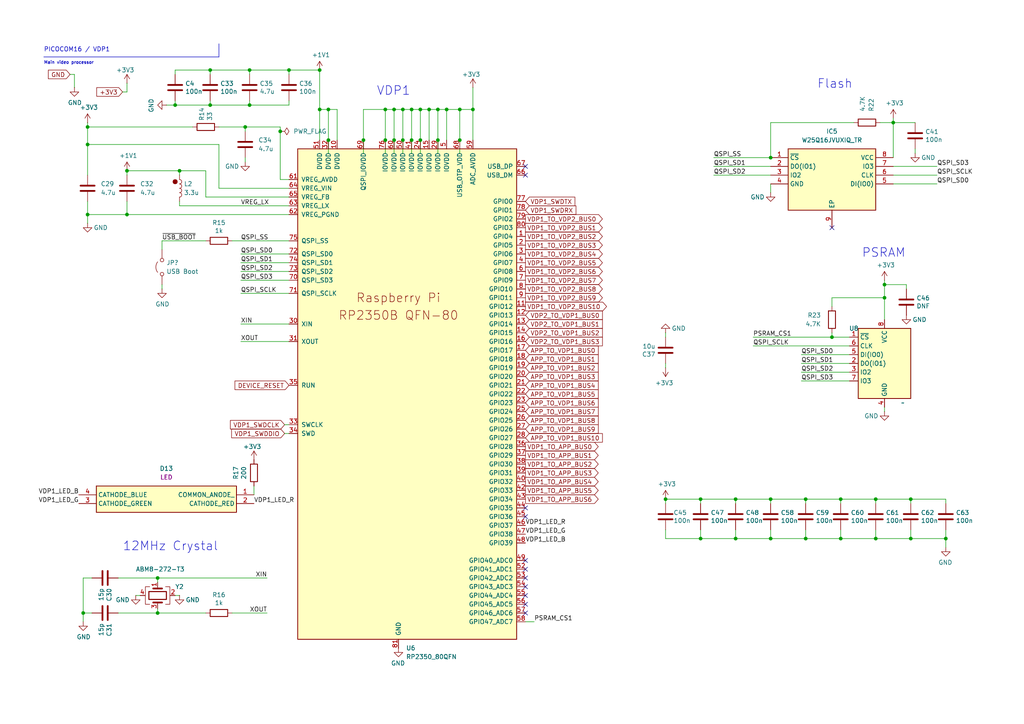
<source format=kicad_sch>
(kicad_sch (version 20231120) (generator "eeschema") (generator_version "8.0")
  (paper "A4")
  (lib_symbols
    (symbol "Device:C" (pin_numbers hide) (pin_names (offset 0.254))
      (property "Reference" "C" (at 0.635 2.54 0))
      (property "Value" "C" (at 0.635 -2.54 0))
      (symbol "C_0_1"
        (polyline (pts (xy -2.032 -0.762) (xy 2.032 -0.762)) (stroke (width 0.508)))
        (polyline (pts (xy -2.032 0.762) (xy 2.032 0.762)) (stroke (width 0.508)))
      )
      (symbol "C_1_1"
        (pin passive line (at 0 3.81 270) (length 2.794) (name "~") (number "1"))
        (pin passive line (at 0 -3.81 90) (length 2.794) (name "~") (number "2"))
      )
    )
    (symbol "Device:Crystal_GND24" (pin_names (offset 1.016) hide)
      (property "Reference" "Y" (at 3.175 5.08 0))
      (property "Value" "Crystal_GND24" (at 3.175 3.175 0))
      (symbol "Crystal_GND24_0_1"
        (rectangle (start -1.143 2.54) (end 1.143 -2.54) (stroke (width 0.3048)))
        (polyline (pts (xy -2.54 0) (xy -2.032 0)))
        (polyline (pts (xy -2.032 -1.27) (xy -2.032 1.27)) (stroke (width 0.508)))
        (polyline (pts (xy 0 -3.81) (xy 0 -3.556)))
        (polyline (pts (xy 0 3.556) (xy 0 3.81)))
        (polyline (pts (xy 2.032 -1.27) (xy 2.032 1.27)) (stroke (width 0.508)))
        (polyline (pts (xy 2.032 0) (xy 2.54 0)))
        (polyline (pts (xy -2.54 -2.286) (xy -2.54 -3.556) (xy 2.54 -3.556) (xy 2.54 -2.286)))
        (polyline (pts (xy -2.54 2.286) (xy -2.54 3.556) (xy 2.54 3.556) (xy 2.54 2.286)))
      )
      (symbol "Crystal_GND24_1_1"
        (pin passive line (at -3.81 0 0) (length 1.27) (name "1") (number "1"))
        (pin passive line (at 0 5.08 270) (length 1.27) (name "2") (number "2"))
        (pin passive line (at 3.81 0 180) (length 1.27) (name "3") (number "3"))
        (pin passive line (at 0 -5.08 90) (length 1.27) (name "4") (number "4"))
      )
    )
    (symbol "Device:L" (pin_numbers hide) (pin_names (offset 1.016) hide)
      (property "Reference" "L" (at -1.27 0 90))
      (property "Value" "L" (at 1.905 0 90))
      (symbol "L_0_1"
        (arc (start 0 -2.54) (mid 0.6323 -1.905) (end 0 -1.27))
        (arc (start 0 -1.27) (mid 0.6323 -0.635) (end 0 0))
        (arc (start 0 0) (mid 0.6323 0.635) (end 0 1.27))
        (arc (start 0 1.27) (mid 0.6323 1.905) (end 0 2.54))
      )
      (symbol "L_1_1"
        (pin passive line (at 0 3.81 270) (length 1.27) (name "1") (number "1"))
        (pin passive line (at 0 -3.81 90) (length 1.27) (name "2") (number "2"))
      )
    )
    (symbol "Device:R" (pin_numbers hide) (pin_names (offset 0))
      (property "Reference" "R" (at 2.032 0 90))
      (property "Value" "R" (at 0 0 90))
      (symbol "R_0_1"
        (rectangle (start -1.016 -2.54) (end 1.016 2.54) (stroke (width 0.254)))
      )
      (symbol "R_1_1"
        (pin passive line (at 0 3.81 270) (length 1.27) (name "~") (number "1"))
        (pin passive line (at 0 -3.81 90) (length 1.27) (name "~") (number "2"))
      )
    )
    (symbol "Jumper:Jumper_2_Open" (pin_numbers hide) (pin_names (offset 0) hide) (exclude_from_sim yes)
      (property "Reference" "JP" (at 0 2.794 0))
      (property "Value" "Jumper_2_Open" (at 0 -2.286 0))
      (symbol "Jumper_2_Open_0_0"
        (circle (center -2.032 0) (radius 0.508))
        (circle (center 2.032 0) (radius 0.508))
      )
      (symbol "Jumper_2_Open_0_1"
        (arc (start 1.524 1.27) (mid 0 1.778) (end -1.524 1.27))
      )
      (symbol "Jumper_2_Open_1_1"
        (pin passive line (at -5.08 0 0) (length 2.54) (name "A") (number "1"))
        (pin passive line (at 5.08 0 180) (length 2.54) (name "B") (number "2"))
      )
    )
    (symbol "LRTBR48G-P9Q7-1+R7S5-26+NP-68:LRTBR48G-P9Q7-1+R7S5-26+NP-68"
      (property "Reference" "LED" (at 46.99 7.62 0))
      (property "Value" "LRTBR48G-P9Q7-1+R7S5-26+NP-68" (at 46.99 5.08 0))
      (symbol "LRTBR48G-P9Q7-1+R7S5-26+NP-68_1_1"
        (rectangle (start 5.08 2.54) (end 45.72 -5.08) (stroke (width 0.254)) (fill (type background)))
        (pin passive line (at 50.8 0 180) (length 5.08) (name "COMMON_ANODE_") (number "1"))
        (pin passive line (at 50.8 -2.54 180) (length 5.08) (name "CATHODE_RED") (number "2"))
        (pin passive line (at 0 -2.54 0) (length 5.08) (name "CATHODE_GREEN") (number "3"))
        (pin passive line (at 0 0 0) (length 5.08) (name "CATHODE_BLUE") (number "4"))
      )
    )
    (symbol "MCU_RaspberryPi_RP2350_2:RP2350_80QFN" (pin_names (offset 1.016))
      (property "Reference" "U" (at -29.21 49.53 0))
      (property "Value" "RP2350_80QFN" (at 25.4 -96.52 0))
      (symbol "RP2350_80QFN_0_0"
        (text "Raspberry Pi" (at 0 5.08 0) (effects (font (size 2.54 2.54))))
      )
      (symbol "RP2350_80QFN_0_1"
        (rectangle (start -29.21 48.26) (end 34.29 -93.98) (stroke (width 0.254)) (fill (type background)))
      )
      (symbol "RP2350_80QFN_1_0"
        (text "RP2350B QFN-80" (at 0 0 0) (effects (font (size 2.54 2.54))))
      )
      (symbol "RP2350_80QFN_1_1"
        (pin bidirectional line (at 36.83 22.86 180) (length 2.54) (name "GPIO4") (number "1"))
        (pin power_in line (at -17.78 50.8 270) (length 2.54) (name "DVDD") (number "10"))
        (pin bidirectional line (at 36.83 2.54 180) (length 2.54) (name "GPIO12") (number "11"))
        (pin bidirectional line (at 36.83 0 180) (length 2.54) (name "GPIO13") (number "12"))
        (pin bidirectional line (at 36.83 -2.54 180) (length 2.54) (name "GPIO14") (number "13"))
        (pin bidirectional line (at 36.83 -5.08 180) (length 2.54) (name "GPIO15") (number "14"))
        (pin power_in line (at 8.89 50.8 270) (length 2.54) (name "IOVDD") (number "15"))
        (pin bidirectional line (at 36.83 -7.62 180) (length 2.54) (name "GPIO16") (number "16"))
        (pin bidirectional line (at 36.83 -10.16 180) (length 2.54) (name "GPIO17") (number "17"))
        (pin bidirectional line (at 36.83 -12.7 180) (length 2.54) (name "GPIO18") (number "18"))
        (pin bidirectional line (at 36.83 -15.24 180) (length 2.54) (name "GPIO19") (number "19"))
        (pin bidirectional line (at 36.83 20.32 180) (length 2.54) (name "GPIO5") (number "2"))
        (pin bidirectional line (at 36.83 -17.78 180) (length 2.54) (name "GPIO20") (number "20"))
        (pin bidirectional line (at 36.83 -20.32 180) (length 2.54) (name "GPIO21") (number "21"))
        (pin bidirectional line (at 36.83 -22.86 180) (length 2.54) (name "GPIO22") (number "22"))
        (pin bidirectional line (at 36.83 -25.4 180) (length 2.54) (name "GPIO23") (number "23"))
        (pin power_in line (at 6.35 50.8 270) (length 2.54) (name "IOVDD") (number "24"))
        (pin bidirectional line (at 36.83 -27.94 180) (length 2.54) (name "GPIO24") (number "25"))
        (pin bidirectional line (at 36.83 -30.48 180) (length 2.54) (name "GPIO25") (number "26"))
        (pin bidirectional line (at 36.83 -33.02 180) (length 2.54) (name "GPIO26") (number "27"))
        (pin bidirectional line (at 36.83 -35.56 180) (length 2.54) (name "GPIO27") (number "28"))
        (pin power_in line (at 11.43 50.8 270) (length 2.54) (name "IOVDD") (number "29"))
        (pin bidirectional line (at 36.83 17.78 180) (length 2.54) (name "GPIO6") (number "3"))
        (pin input line (at -31.75 -2.54 0) (length 2.54) (name "XIN") (number "30"))
        (pin passive line (at -31.75 -7.62 0) (length 2.54) (name "XOUT") (number "31"))
        (pin power_in line (at -20.32 50.8 270) (length 2.54) (name "DVDD") (number "32"))
        (pin output line (at -31.75 -31.75 0) (length 2.54) (name "SWCLK") (number "33"))
        (pin bidirectional line (at -31.75 -34.29 0) (length 2.54) (name "SWD") (number "34"))
        (pin input line (at -31.75 -20.32 0) (length 2.54) (name "RUN") (number "35"))
        (pin bidirectional line (at 36.83 -38.1 180) (length 2.54) (name "GPIO28") (number "36"))
        (pin bidirectional line (at 36.83 -40.64 180) (length 2.54) (name "GPIO29") (number "37"))
        (pin bidirectional line (at 36.83 -43.18 180) (length 2.54) (name "GPIO30") (number "38"))
        (pin bidirectional line (at 36.83 -45.72 180) (length 2.54) (name "GPIO31") (number "39"))
        (pin bidirectional line (at 36.83 15.24 180) (length 2.54) (name "GPIO7") (number "4"))
        (pin bidirectional line (at 36.83 -48.26 180) (length 2.54) (name "GPIO32") (number "40"))
        (pin power_in line (at 3.81 50.8 270) (length 2.54) (name "IOVDD") (number "41"))
        (pin bidirectional line (at 36.83 -50.8 180) (length 2.54) (name "GPIO33") (number "42"))
        (pin bidirectional line (at 36.83 -53.34 180) (length 2.54) (name "GPIO34") (number "43"))
        (pin bidirectional line (at 36.83 -55.88 180) (length 2.54) (name "GPIO35") (number "44"))
        (pin bidirectional line (at 36.83 -58.42 180) (length 2.54) (name "GPIO36") (number "45"))
        (pin bidirectional line (at 36.83 -60.96 180) (length 2.54) (name "GPIO37") (number "46"))
        (pin bidirectional line (at 36.83 -63.5 180) (length 2.54) (name "GPIO38") (number "47"))
        (pin bidirectional line (at 36.83 -66.04 180) (length 2.54) (name "GPIO39") (number "48"))
        (pin bidirectional line (at 36.83 -71.12 180) (length 2.54) (name "GPIO40_ADC0") (number "49"))
        (pin power_in line (at 13.97 50.8 270) (length 2.54) (name "IOVDD") (number "5"))
        (pin power_in line (at 1.27 50.8 270) (length 2.54) (name "IOVDD") (number "50"))
        (pin power_in line (at -22.86 50.8 270) (length 2.54) (name "DVDD") (number "51"))
        (pin bidirectional line (at 36.83 -73.66 180) (length 2.54) (name "GPIO41_ADC1") (number "52"))
        (pin bidirectional line (at 36.83 -76.2 180) (length 2.54) (name "GPIO42_ADC2") (number "53"))
        (pin bidirectional line (at 36.83 -78.74 180) (length 2.54) (name "GPIO43_ADC3") (number "54"))
        (pin bidirectional line (at 36.83 -81.28 180) (length 2.54) (name "GPIO44_ADC4") (number "55"))
        (pin bidirectional line (at 36.83 -83.82 180) (length 2.54) (name "GPIO45_ADC5") (number "56"))
        (pin bidirectional line (at 36.83 -86.36 180) (length 2.54) (name "GPIO46_ADC6") (number "57"))
        (pin bidirectional line (at 36.83 -88.9 180) (length 2.54) (name "GPIO47_ADC7") (number "58"))
        (pin power_in line (at 21.59 50.8 270) (length 2.54) (name "ADC_AVDD") (number "59"))
        (pin bidirectional line (at 36.83 12.7 180) (length 2.54) (name "GPIO8") (number "6"))
        (pin power_in line (at -1.27 50.8 270) (length 2.54) (name "IOVDD") (number "60"))
        (pin power_in line (at -31.75 39.37 0) (length 2.54) (name "VREG_AVDD") (number "61"))
        (pin power_in line (at -31.75 29.21 0) (length 2.54) (name "VREG_PGND") (number "62"))
        (pin power_out line (at -31.75 31.75 0) (length 2.54) (name "VREG_LX") (number "63"))
        (pin power_in line (at -31.75 36.83 0) (length 2.54) (name "VREG_VIN") (number "64"))
        (pin input line (at -31.75 34.29 0) (length 2.54) (name "VREG_FB") (number "65"))
        (pin bidirectional line (at 36.83 40.64 180) (length 2.54) (name "USB_DM") (number "66"))
        (pin bidirectional line (at 36.83 43.18 180) (length 2.54) (name "USB_DP") (number "67"))
        (pin power_in line (at 17.78 50.8 270) (length 2.54) (name "USB_OTP_VDD") (number "68"))
        (pin power_in line (at -10.16 50.8 270) (length 2.54) (name "QSPI_IOVDD") (number "69"))
        (pin bidirectional line (at 36.83 10.16 180) (length 2.54) (name "GPIO9") (number "7"))
        (pin bidirectional line (at -31.75 10.16 0) (length 2.54) (name "QSPI_SD3") (number "70"))
        (pin output line (at -31.75 6.35 0) (length 2.54) (name "QSPI_SCLK") (number "71"))
        (pin bidirectional line (at -31.75 17.78 0) (length 2.54) (name "QSPI_SD0") (number "72"))
        (pin bidirectional line (at -31.75 12.7 0) (length 2.54) (name "QSPI_SD2") (number "73"))
        (pin bidirectional line (at -31.75 15.24 0) (length 2.54) (name "QSPI_SD1") (number "74"))
        (pin bidirectional line (at -31.75 21.59 0) (length 2.54) (name "QSPI_SS") (number "75"))
        (pin power_in line (at -3.81 50.8 270) (length 2.54) (name "IOVDD") (number "76"))
        (pin bidirectional line (at 36.83 33.02 180) (length 2.54) (name "GPIO0") (number "77"))
        (pin bidirectional line (at 36.83 30.48 180) (length 2.54) (name "GPIO1") (number "78"))
        (pin bidirectional line (at 36.83 27.94 180) (length 2.54) (name "GPIO2") (number "79"))
        (pin bidirectional line (at 36.83 7.62 180) (length 2.54) (name "GPIO10") (number "8"))
        (pin bidirectional line (at 36.83 25.4 180) (length 2.54) (name "GPIO3") (number "80"))
        (pin power_in line (at 0 -96.52 90) (length 2.54) (name "GND") (number "81"))
        (pin bidirectional line (at 36.83 5.08 180) (length 2.54) (name "GPIO11") (number "9"))
      )
    )
    (symbol "Memory_Flash:W25Q128JVS"
      (property "Reference" "U" (at -6.35 11.43 0))
      (property "Value" "W25Q128JVS" (at 7.62 11.43 0))
      (symbol "W25Q128JVS_0_1"
        (rectangle (start -7.62 10.16) (end 7.62 -10.16) (stroke (width 0.254)) (fill (type background)))
      )
      (symbol "W25Q128JVS_1_1"
        (pin input line (at -10.16 7.62 0) (length 2.54) (name "~{CS}") (number "1"))
        (pin bidirectional line (at -10.16 0 0) (length 2.54) (name "DO(IO1)") (number "2"))
        (pin bidirectional line (at -10.16 -2.54 0) (length 2.54) (name "IO2") (number "3"))
        (pin power_in line (at 0 -12.7 90) (length 2.54) (name "GND") (number "4"))
        (pin bidirectional line (at -10.16 2.54 0) (length 2.54) (name "DI(IO0)") (number "5"))
        (pin input line (at -10.16 5.08 0) (length 2.54) (name "CLK") (number "6"))
        (pin bidirectional line (at -10.16 -5.08 0) (length 2.54) (name "IO3") (number "7"))
        (pin power_in line (at 0 12.7 270) (length 2.54) (name "VCC") (number "8"))
      )
    )
    (symbol "W25Q16JVUXIQ_TR:W25Q16JVUXIQ_TR"
      (property "Reference" "IC" (at 31.75 7.62 0))
      (property "Value" "W25Q16JVUXIQ_TR" (at 31.75 5.08 0))
      (symbol "W25Q16JVUXIQ_TR_1_1"
        (rectangle (start 5.08 2.54) (end 30.48 -15.24) (stroke (width 0.254)) (fill (type background)))
        (pin passive line (at 0 0 0) (length 5.08) (name "~{CS}") (number "1"))
        (pin passive line (at 0 -2.54 0) (length 5.08) (name "DO(IO1)") (number "2"))
        (pin passive line (at 0 -5.08 0) (length 5.08) (name "IO2") (number "3"))
        (pin passive line (at 0 -7.62 0) (length 5.08) (name "GND") (number "4"))
        (pin passive line (at 35.56 -7.62 180) (length 5.08) (name "DI(IO0)") (number "5"))
        (pin passive line (at 35.56 -5.08 180) (length 5.08) (name "CLK") (number "6"))
        (pin passive line (at 35.56 -2.54 180) (length 5.08) (name "IO3") (number "7"))
        (pin passive line (at 35.56 0 180) (length 5.08) (name "VCC") (number "8"))
        (pin passive line (at 17.78 -20.32 90) (length 5.08) (name "EP") (number "9"))
      )
    )
    (symbol "power:+1V1" (power) (pin_numbers hide) (pin_names (offset 0) hide)
      (property "Value" "+1V1" (at 0 3.556 0))
      (symbol "+1V1_0_1"
        (polyline (pts (xy -0.762 1.27) (xy 0 2.54)))
        (polyline (pts (xy 0 0) (xy 0 2.54)))
        (polyline (pts (xy 0 2.54) (xy 0.762 1.27)))
      )
      (symbol "+1V1_1_1"
        (pin power_in line (at 0 0 90) (length 0) (name "~") (number "1"))
      )
    )
    (symbol "power:+3V3" (power) (pin_numbers hide) (pin_names (offset 0) hide)
      (property "Value" "+3V3" (at 0 3.556 0))
      (symbol "+3V3_0_1"
        (polyline (pts (xy -0.762 1.27) (xy 0 2.54)))
        (polyline (pts (xy 0 0) (xy 0 2.54)))
        (polyline (pts (xy 0 2.54) (xy 0.762 1.27)))
      )
      (symbol "+3V3_1_1"
        (pin power_in line (at 0 0 90) (length 0) (name "~") (number "1"))
      )
    )
    (symbol "power:GND" (power) (pin_numbers hide) (pin_names (offset 0) hide)
      (property "Value" "GND" (at 0 -3.81 0))
      (symbol "GND_0_1"
        (polyline (pts (xy 0 0) (xy 0 -1.27) (xy 1.27 -1.27) (xy 0 -2.54) (xy -1.27 -1.27) (xy 0 -1.27)))
      )
      (symbol "GND_1_1"
        (pin power_in line (at 0 0 270) (length 0) (name "~") (number "1"))
      )
    )
    (symbol "power:PWR_FLAG" (power) (pin_numbers hide) (pin_names (offset 0) hide)
      (property "Value" "PWR_FLAG" (at 0 3.81 0))
      (symbol "PWR_FLAG_0_0"
        (pin power_out line (at 0 0 90) (length 0) (name "~") (number "1"))
      )
      (symbol "PWR_FLAG_0_1"
        (polyline (pts (xy 0 0) (xy 0 1.27) (xy -1.016 1.905) (xy 0 2.54) (xy 1.016 1.905) (xy 0 1.27)))
      )
    )
  )
  (junction (at 193.04 144.78))
  (junction (at 92.71 31.75))
  (junction (at 95.25 40.64))
  (junction (at 203.2 156.21))
  (junction (at 60.96 30.48))
  (junction (at 264.16 144.78))
  (junction (at 116.84 40.64))
  (junction (at 24.13 177.8))
  (junction (at 129.54 31.75))
  (junction (at 83.82 20.32))
  (junction (at 52.07 49.53))
  (junction (at 25.4 36.83))
  (junction (at 95.25 31.75))
  (junction (at 111.76 31.75))
  (junction (at 45.72 167.64))
  (junction (at 50.8 30.48))
  (junction (at 127 31.75))
  (junction (at 127 40.64))
  (junction (at 119.38 31.75))
  (junction (at 256.54 82.55))
  (junction (at 111.76 40.64))
  (junction (at 264.16 156.21))
  (junction (at 60.96 20.32))
  (junction (at 114.3 40.64))
  (junction (at 243.84 156.21))
  (junction (at 233.68 144.78))
  (junction (at 133.35 31.75))
  (junction (at 203.2 144.78))
  (junction (at 116.84 31.75))
  (junction (at 72.39 30.48))
  (junction (at 72.39 20.32))
  (junction (at 121.92 31.75))
  (junction (at 36.83 62.23))
  (junction (at 254 144.78))
  (junction (at 213.36 144.78))
  (junction (at 259.08 35.56))
  (junction (at 137.16 31.75))
  (junction (at 121.92 40.64))
  (junction (at 223.52 45.72))
  (junction (at 25.4 41.91))
  (junction (at 243.84 144.78))
  (junction (at 25.4 62.23))
  (junction (at 241.3 97.79))
  (junction (at 254 156.21))
  (junction (at 133.35 40.64))
  (junction (at 119.38 40.64))
  (junction (at 274.32 156.21))
  (junction (at 71.12 36.83))
  (junction (at 223.52 144.78))
  (junction (at 124.46 31.75))
  (junction (at 256.54 86.36))
  (junction (at 45.72 177.8))
  (junction (at 105.41 40.64))
  (junction (at 213.36 156.21))
  (junction (at 36.83 49.53))
  (junction (at 233.68 156.21))
  (junction (at 223.52 156.21))
  (junction (at 92.71 20.32))
  (junction (at 114.3 31.75))
  (junction (at 81.28 38.1))
  (no_connect (at 152.4 170.18))
  (no_connect (at 152.4 48.26))
  (no_connect (at 152.4 177.8))
  (no_connect (at 152.4 50.8))
  (no_connect (at 152.4 149.86))
  (no_connect (at 152.4 147.32))
  (no_connect (at 152.4 165.1))
  (no_connect (at 152.4 172.72))
  (no_connect (at 152.4 162.56))
  (no_connect (at 152.4 175.26))
  (no_connect (at 152.4 167.64))
  (no_connect (at 241.3 66.04))
  (wire (pts (xy 111.76 40.64) (xy 111.76 44.45)))
  (wire (pts (xy 25.4 62.23) (xy 25.4 64.77)))
  (wire (pts (xy 119.38 40.64) (xy 119.38 44.45)))
  (wire (pts (xy 119.38 31.75) (xy 121.92 31.75)))
  (wire (pts (xy 83.82 30.48) (xy 83.82 29.21)))
  (wire (pts (xy 233.68 144.78) (xy 243.84 144.78)))
  (wire (pts (xy 105.41 31.75) (xy 111.76 31.75)))
  (wire (pts (xy 97.79 31.75) (xy 97.79 40.64)))
  (wire (pts (xy 247.65 35.56) (xy 223.52 35.56)))
  (wire (pts (xy 213.36 156.21) (xy 223.52 156.21)))
  (wire (pts (xy 203.2 146.05) (xy 203.2 144.78)))
  (wire (pts (xy 92.71 31.75) (xy 92.71 40.64)))
  (wire (pts (xy 274.32 153.67) (xy 274.32 156.21)))
  (wire (pts (xy 127 31.75) (xy 127 40.64)))
  (wire (pts (xy 52.07 59.69) (xy 52.07 58.42)))
  (wire (pts (xy 274.32 146.05) (xy 274.32 144.78)))
  (wire (pts (xy 114.3 31.75) (xy 114.3 40.64)))
  (wire (pts (xy 26.67 177.8) (xy 24.13 177.8)))
  (wire (pts (xy 34.29 167.64) (xy 45.72 167.64)))
  (wire (pts (xy 218.44 97.79) (xy 241.3 97.79)))
  (wire (pts (xy 95.25 31.75) (xy 92.71 31.75)))
  (wire (pts (xy 233.68 146.05) (xy 233.68 144.78)))
  (wire (pts (xy 67.31 177.8) (xy 77.47 177.8)))
  (wire (pts (xy 213.36 146.05) (xy 213.36 144.78)))
  (wire (pts (xy 232.41 107.95) (xy 246.38 107.95)))
  (wire (pts (xy 256.54 82.55) (xy 256.54 86.36)))
  (wire (pts (xy 254 144.78) (xy 264.16 144.78)))
  (wire (pts (xy 129.54 31.75) (xy 129.54 40.64)))
  (wire (pts (xy 203.2 144.78) (xy 213.36 144.78)))
  (wire (pts (xy 137.16 25.4) (xy 137.16 31.75)))
  (wire (pts (xy 21.59 21.59) (xy 20.32 21.59)))
  (wire (pts (xy 45.72 167.64) (xy 77.47 167.64)))
  (wire (pts (xy 69.85 73.66) (xy 83.82 73.66)))
  (wire (pts (xy 60.96 30.48) (xy 72.39 30.48)))
  (wire (pts (xy 21.59 21.59) (xy 21.59 25.4)))
  (wire (pts (xy 25.4 41.91) (xy 25.4 50.8)))
  (wire (pts (xy 59.69 69.85) (xy 46.99 69.85)))
  (wire (pts (xy 73.66 140.97) (xy 73.66 143.51)))
  (wire (pts (xy 105.41 40.64) (xy 105.41 44.45)))
  (wire (pts (xy 36.83 50.8) (xy 36.83 49.53)))
  (wire (pts (xy 233.68 156.21) (xy 243.84 156.21)))
  (wire (pts (xy 124.46 31.75) (xy 127 31.75)))
  (wire (pts (xy 48.26 30.48) (xy 50.8 30.48)))
  (wire (pts (xy 233.68 153.67) (xy 233.68 156.21)))
  (wire (pts (xy 71.12 36.83) (xy 71.12 38.1)))
  (wire (pts (xy 121.92 31.75) (xy 121.92 40.64)))
  (wire (pts (xy 52.07 59.69) (xy 83.82 59.69)))
  (wire (pts (xy 254 156.21) (xy 264.16 156.21)))
  (wire (pts (xy 271.78 53.34) (xy 259.08 53.34)))
  (wire (pts (xy 116.84 31.75) (xy 119.38 31.75)))
  (wire (pts (xy 72.39 30.48) (xy 83.82 30.48)))
  (wire (pts (xy 213.36 153.67) (xy 213.36 156.21)))
  (wire (pts (xy 243.84 144.78) (xy 254 144.78)))
  (wire (pts (xy 223.52 146.05) (xy 223.52 144.78)))
  (wire (pts (xy 24.13 167.64) (xy 24.13 177.8)))
  (wire (pts (xy 59.69 57.15) (xy 59.69 49.53)))
  (wire (pts (xy 264.16 146.05) (xy 264.16 144.78)))
  (wire (pts (xy 92.71 20.32) (xy 92.71 31.75)))
  (wire (pts (xy 129.54 31.75) (xy 133.35 31.75)))
  (wire (pts (xy 82.55 125.73) (xy 83.82 125.73)))
  (wire (pts (xy 137.16 31.75) (xy 137.16 40.64)))
  (wire (pts (xy 69.85 93.98) (xy 83.82 93.98)))
  (wire (pts (xy 81.28 52.07) (xy 83.82 52.07)))
  (wire (pts (xy 203.2 153.67) (xy 203.2 156.21)))
  (wire (pts (xy 67.31 69.85) (xy 83.82 69.85)))
  (wire (pts (xy 52.07 49.53) (xy 52.07 50.8)))
  (wire (pts (xy 262.89 82.55) (xy 256.54 82.55)))
  (wire (pts (xy 265.43 43.18) (xy 265.43 44.45)))
  (wire (pts (xy 193.04 146.05) (xy 193.04 144.78)))
  (wire (pts (xy 203.2 156.21) (xy 193.04 156.21)))
  (wire (pts (xy 121.92 31.75) (xy 124.46 31.75)))
  (wire (pts (xy 25.4 36.83) (xy 55.88 36.83)))
  (wire (pts (xy 243.84 146.05) (xy 243.84 144.78)))
  (wire (pts (xy 69.85 81.28) (xy 83.82 81.28)))
  (wire (pts (xy 154.94 180.34) (xy 152.4 180.34)))
  (wire (pts (xy 193.04 153.67) (xy 193.04 156.21)))
  (wire (pts (xy 83.82 21.59) (xy 83.82 20.32)))
  (wire (pts (xy 213.36 144.78) (xy 223.52 144.78)))
  (wire (pts (xy 25.4 36.83) (xy 25.4 41.91)))
  (wire (pts (xy 259.08 35.56) (xy 259.08 45.72)))
  (wire (pts (xy 193.04 97.79) (xy 193.04 96.52)))
  (wire (pts (xy 243.84 153.67) (xy 243.84 156.21)))
  (polyline (pts (xy 63.5 12.7) (xy 63.5 16.51)))
  (wire (pts (xy 241.3 88.9) (xy 241.3 86.36)))
  (wire (pts (xy 36.83 24.13) (xy 36.83 26.67)))
  (wire (pts (xy 95.25 31.75) (xy 97.79 31.75)))
  (wire (pts (xy 241.3 96.52) (xy 241.3 97.79)))
  (wire (pts (xy 259.08 34.29) (xy 259.08 35.56)))
  (wire (pts (xy 255.27 35.56) (xy 259.08 35.56)))
  (wire (pts (xy 59.69 49.53) (xy 52.07 49.53)))
  (wire (pts (xy 114.3 40.64) (xy 114.3 44.45)))
  (wire (pts (xy 133.35 31.75) (xy 133.35 40.64)))
  (wire (pts (xy 60.96 21.59) (xy 60.96 20.32)))
  (wire (pts (xy 60.96 29.21) (xy 60.96 30.48)))
  (wire (pts (xy 111.76 31.75) (xy 114.3 31.75)))
  (wire (pts (xy 63.5 54.61) (xy 83.82 54.61)))
  (wire (pts (xy 119.38 31.75) (xy 119.38 40.64)))
  (wire (pts (xy 207.01 45.72) (xy 223.52 45.72)))
  (wire (pts (xy 223.52 35.56) (xy 223.52 45.72)))
  (wire (pts (xy 50.8 21.59) (xy 50.8 20.32)))
  (wire (pts (xy 36.83 58.42) (xy 36.83 62.23)))
  (wire (pts (xy 232.41 105.41) (xy 246.38 105.41)))
  (wire (pts (xy 105.41 31.75) (xy 105.41 40.64)))
  (polyline (pts (xy 12.7 16.51) (xy 63.5 16.51)))
  (wire (pts (xy 264.16 153.67) (xy 264.16 156.21)))
  (wire (pts (xy 36.83 26.67) (xy 35.56 26.67)))
  (wire (pts (xy 256.54 86.36) (xy 256.54 92.71)))
  (wire (pts (xy 207.01 48.26) (xy 223.52 48.26)))
  (wire (pts (xy 34.29 177.8) (xy 45.72 177.8)))
  (wire (pts (xy 72.39 29.21) (xy 72.39 30.48)))
  (wire (pts (xy 50.8 20.32) (xy 60.96 20.32)))
  (wire (pts (xy 256.54 81.28) (xy 256.54 82.55)))
  (wire (pts (xy 241.3 86.36) (xy 256.54 86.36)))
  (wire (pts (xy 264.16 156.21) (xy 274.32 156.21)))
  (wire (pts (xy 256.54 119.38) (xy 256.54 118.11)))
  (wire (pts (xy 274.32 156.21) (xy 274.32 158.75)))
  (wire (pts (xy 45.72 177.8) (xy 59.69 177.8)))
  (wire (pts (xy 36.83 62.23) (xy 83.82 62.23)))
  (wire (pts (xy 254 153.67) (xy 254 156.21)))
  (wire (pts (xy 36.83 49.53) (xy 52.07 49.53)))
  (wire (pts (xy 71.12 46.99) (xy 71.12 45.72)))
  (wire (pts (xy 50.8 30.48) (xy 60.96 30.48)))
  (wire (pts (xy 63.5 41.91) (xy 63.5 54.61)))
  (wire (pts (xy 133.35 31.75) (xy 137.16 31.75)))
  (wire (pts (xy 60.96 20.32) (xy 72.39 20.32)))
  (wire (pts (xy 83.82 57.15) (xy 59.69 57.15)))
  (wire (pts (xy 271.78 50.8) (xy 259.08 50.8)))
  (wire (pts (xy 83.82 20.32) (xy 92.71 20.32)))
  (wire (pts (xy 223.52 156.21) (xy 233.68 156.21)))
  (wire (pts (xy 50.8 172.72) (xy 52.07 172.72)))
  (wire (pts (xy 81.28 38.1) (xy 81.28 52.07)))
  (wire (pts (xy 63.5 36.83) (xy 71.12 36.83)))
  (wire (pts (xy 127 40.64) (xy 127 44.45)))
  (wire (pts (xy 83.82 85.09) (xy 69.85 85.09)))
  (wire (pts (xy 69.85 78.74) (xy 83.82 78.74)))
  (wire (pts (xy 265.43 35.56) (xy 259.08 35.56)))
  (wire (pts (xy 46.99 83.82) (xy 46.99 82.55)))
  (wire (pts (xy 72.39 21.59) (xy 72.39 20.32)))
  (wire (pts (xy 72.39 20.32) (xy 83.82 20.32)))
  (wire (pts (xy 111.76 31.75) (xy 111.76 40.64)))
  (wire (pts (xy 116.84 40.64) (xy 116.84 44.45)))
  (wire (pts (xy 243.84 156.21) (xy 254 156.21)))
  (wire (pts (xy 82.55 123.19) (xy 83.82 123.19)))
  (wire (pts (xy 133.35 40.64) (xy 133.35 44.45)))
  (wire (pts (xy 95.25 40.64) (xy 95.25 44.45)))
  (wire (pts (xy 71.12 36.83) (xy 81.28 36.83)))
  (wire (pts (xy 46.99 69.85) (xy 46.99 72.39)))
  (wire (pts (xy 25.4 62.23) (xy 36.83 62.23)))
  (wire (pts (xy 69.85 76.2) (xy 83.82 76.2)))
  (wire (pts (xy 262.89 83.82) (xy 262.89 82.55)))
  (wire (pts (xy 25.4 41.91) (xy 63.5 41.91)))
  (wire (pts (xy 223.52 153.67) (xy 223.52 156.21)))
  (wire (pts (xy 124.46 31.75) (xy 124.46 40.64)))
  (wire (pts (xy 232.41 102.87) (xy 246.38 102.87)))
  (wire (pts (xy 246.38 110.49) (xy 232.41 110.49)))
  (wire (pts (xy 203.2 156.21) (xy 213.36 156.21)))
  (wire (pts (xy 193.04 106.68) (xy 193.04 105.41)))
  (wire (pts (xy 218.44 100.33) (xy 246.38 100.33)))
  (wire (pts (xy 121.92 40.64) (xy 121.92 44.45)))
  (wire (pts (xy 271.78 48.26) (xy 259.08 48.26)))
  (wire (pts (xy 254 146.05) (xy 254 144.78)))
  (wire (pts (xy 223.52 55.88) (xy 223.52 53.34)))
  (wire (pts (xy 50.8 29.21) (xy 50.8 30.48)))
  (wire (pts (xy 81.28 36.83) (xy 81.28 38.1)))
  (wire (pts (xy 193.04 144.78) (xy 203.2 144.78)))
  (wire (pts (xy 95.25 31.75) (xy 95.25 40.64)))
  (wire (pts (xy 127 31.75) (xy 129.54 31.75)))
  (wire (pts (xy 26.67 167.64) (xy 24.13 167.64)))
  (wire (pts (xy 39.37 172.72) (xy 40.64 172.72)))
  (wire (pts (xy 116.84 31.75) (xy 116.84 40.64)))
  (wire (pts (xy 264.16 144.78) (xy 274.32 144.78)))
  (wire (pts (xy 45.72 176.53) (xy 45.72 177.8)))
  (wire (pts (xy 24.13 177.8) (xy 24.13 180.34)))
  (wire (pts (xy 45.72 168.91) (xy 45.72 167.64)))
  (wire (pts (xy 25.4 35.56) (xy 25.4 36.83)))
  (wire (pts (xy 223.52 144.78) (xy 233.68 144.78)))
  (wire (pts (xy 25.4 58.42) (xy 25.4 62.23)))
  (wire (pts (xy 241.3 97.79) (xy 246.38 97.79)))
  (wire (pts (xy 83.82 99.06) (xy 69.85 99.06)))
  (wire (pts (xy 207.01 50.8) (xy 223.52 50.8)))
  (wire (pts (xy 114.3 31.75) (xy 116.84 31.75)))
  (circle (center 50.8 52.705) (radius 0.635) (stroke (width 0) (color 132 0 0 1)) (fill (type color) (color 132 0 0 1)))
  (text "PSRAM" (at 249.936 74.93 0) (effects (font (size 2.54 2.54)) (justify left bottom)))
  (text "Flash" (at 236.982 25.908 0) (effects (font (size 2.54 2.54)) (justify left bottom)))
  (text "VDP1" (at 109.22 27.94 0) (effects (font (size 2.54 2.54)) (justify left bottom)))
  (text "12MHz Crystal" (at 35.56 160.02 0) (effects (font (size 2.54 2.54)) (justify left bottom)))
  (text "PICOCOM16 / VDP1" (at 12.7 14.478 0) (effects (font (size 1.27 1.27)) (justify left)))
  (text "Main video processor" (at 12.7 18.288 0) (effects (font (size 0.889 0.889)) (justify left)))
  (label "QSPI_SD3" (at 69.85 81.28 0))
  (label "QSPI_SD2" (at 207.01 50.8 0))
  (label "VDP1_LED_B" (at 152.4 157.48 0))
  (label "QSPI_SCLK" (at 271.78 50.8 0))
  (label "XIN" (at 69.85 93.98 0))
  (label "QSPI_SD2" (at 232.41 107.95 0))
  (label "VDP1_LED_R" (at 152.4 152.4 0))
  (label "VDP1_LED_B" (at 22.86 143.51 180))
  (label "PSRAM_CS1" (at 218.44 97.79 0))
  (label "QSPI_SD1" (at 232.41 105.41 0))
  (label "QSPI_SCLK" (at 69.85 85.09 0))
  (label "XOUT" (at 69.85 99.06 0))
  (label "QSPI_SD2" (at 69.85 78.74 0))
  (label "PSRAM_CS1" (at 154.94 180.34 0))
  (label "QSPI_SD0" (at 232.41 102.87 0))
  (label "VDP1_LED_G" (at 22.86 146.05 180))
  (label "QSPI_SS" (at 69.85 69.85 0))
  (label "XOUT" (at 77.47 177.8 180))
  (label "QSPI_SD1" (at 207.01 48.26 0))
  (label "QSPI_SD3" (at 271.78 48.26 0))
  (label "XIN" (at 77.47 167.64 180))
  (label "VDP1_LED_R" (at 73.66 146.05 0))
  (label "QSPI_SCLK" (at 218.44 100.33 0))
  (label "QSPI_SS" (at 207.01 45.72 0))
  (label "QSPI_SD0" (at 69.85 73.66 0))
  (label "~{USB_BOOT}" (at 46.99 69.85 0))
  (label "VREG_LX" (at 69.85 59.69 0))
  (label "QSPI_SD1" (at 69.85 76.2 0))
  (label "QSPI_SD3" (at 232.41 110.49 0))
  (label "QSPI_SD0" (at 271.78 53.34 0))
  (label "VDP1_LED_G" (at 152.4 154.94 0))
  (global_label "VDP1_TO_VDP2_BUS0" (shape output) (at 152.4 63.5 0) (property "Intersheetrefs" "${INTERSHEET_REFS}" (effects (hide yes))))
  (global_label "VDP1_TO_VDP2_BUS9" (shape output) (at 152.4 86.36 0) (property "Intersheetrefs" "${INTERSHEET_REFS}" (effects (hide yes))))
  (global_label "VDP1_TO_VDP2_BUS4" (shape output) (at 152.4 73.66 0) (property "Intersheetrefs" "${INTERSHEET_REFS}" (effects (hide yes))))
  (global_label "VDP1_SWDCLK" (shape input) (at 82.55 123.19 180) (property "Intersheetrefs" "${INTERSHEET_REFS}" (effects (hide yes))))
  (global_label "APP_TO_VDP1_BUS1" (shape input) (at 152.4 104.14 0) (property "Intersheetrefs" "${INTERSHEET_REFS}" (effects (hide yes))))
  (global_label "+3V3" (shape input) (at 35.56 26.67 180) (property "Intersheetrefs" "${INTERSHEET_REFS}" (effects (hide yes))))
  (global_label "VDP1_TO_VDP2_BUS2" (shape output) (at 152.4 68.58 0) (property "Intersheetrefs" "${INTERSHEET_REFS}" (effects (hide yes))))
  (global_label "VDP2_TO_VDP1_BUS2" (shape input) (at 152.4 96.52 0) (property "Intersheetrefs" "${INTERSHEET_REFS}" (effects (hide yes))))
  (global_label "VDP1_TO_APP_BUS6" (shape output) (at 152.4 144.78 0) (property "Intersheetrefs" "${INTERSHEET_REFS}" (effects (hide yes))))
  (global_label "VDP1_TO_VDP2_BUS10" (shape output) (at 152.4 88.9 0) (property "Intersheetrefs" "${INTERSHEET_REFS}" (effects (hide yes))))
  (global_label "VDP1_TO_APP_BUS5" (shape output) (at 152.4 142.24 0) (property "Intersheetrefs" "${INTERSHEET_REFS}" (effects (hide yes))))
  (global_label "GND" (shape input) (at 20.32 21.59 180) (property "Intersheetrefs" "${INTERSHEET_REFS}" (effects (hide yes))))
  (global_label "VDP1_TO_VDP2_BUS8" (shape output) (at 152.4 83.82 0) (property "Intersheetrefs" "${INTERSHEET_REFS}" (effects (hide yes))))
  (global_label "VDP1_SWDRX" (shape input) (at 152.4 60.96 0) (property "Intersheetrefs" "${INTERSHEET_REFS}" (effects (hide yes))))
  (global_label "VDP1_TO_VDP2_BUS7" (shape output) (at 152.4 81.28 0) (property "Intersheetrefs" "${INTERSHEET_REFS}" (effects (hide yes))))
  (global_label "VDP1_TO_APP_BUS2" (shape output) (at 152.4 134.62 0) (property "Intersheetrefs" "${INTERSHEET_REFS}" (effects (hide yes))))
  (global_label "APP_TO_VDP1_BUS4" (shape input) (at 152.4 111.76 0) (property "Intersheetrefs" "${INTERSHEET_REFS}" (effects (hide yes))))
  (global_label "APP_TO_VDP1_BUS6" (shape input) (at 152.4 116.84 0) (property "Intersheetrefs" "${INTERSHEET_REFS}" (effects (hide yes))))
  (global_label "VDP1_TO_VDP2_BUS1" (shape output) (at 152.4 66.04 0) (property "Intersheetrefs" "${INTERSHEET_REFS}" (effects (hide yes))))
  (global_label "VDP1_TO_APP_BUS0" (shape output) (at 152.4 129.54 0) (property "Intersheetrefs" "${INTERSHEET_REFS}" (effects (hide yes))))
  (global_label "APP_TO_VDP1_BUS3" (shape input) (at 152.4 109.22 0) (property "Intersheetrefs" "${INTERSHEET_REFS}" (effects (hide yes))))
  (global_label "VDP1_TO_VDP2_BUS6" (shape output) (at 152.4 78.74 0) (property "Intersheetrefs" "${INTERSHEET_REFS}" (effects (hide yes))))
  (global_label "VDP2_TO_VDP1_BUS3" (shape input) (at 152.4 99.06 0) (property "Intersheetrefs" "${INTERSHEET_REFS}" (effects (hide yes))))
  (global_label "DEVICE_RESET" (shape input) (at 83.82 111.76 180) (property "Intersheetrefs" "${INTERSHEET_REFS}" (effects (hide yes))))
  (global_label "VDP1_TO_APP_BUS1" (shape output) (at 152.4 132.08 0) (property "Intersheetrefs" "${INTERSHEET_REFS}" (effects (hide yes))))
  (global_label "APP_TO_VDP1_BUS9" (shape input) (at 152.4 124.46 0) (property "Intersheetrefs" "${INTERSHEET_REFS}" (effects (hide yes))))
  (global_label "VDP1_SWDTX" (shape input) (at 152.4 58.42 0) (property "Intersheetrefs" "${INTERSHEET_REFS}" (effects (hide yes))))
  (global_label "VDP1_TO_APP_BUS4" (shape output) (at 152.4 139.7 0) (property "Intersheetrefs" "${INTERSHEET_REFS}" (effects (hide yes))))
  (global_label "VDP1_TO_APP_BUS3" (shape output) (at 152.4 137.16 0) (property "Intersheetrefs" "${INTERSHEET_REFS}" (effects (hide yes))))
  (global_label "APP_TO_VDP1_BUS10" (shape input) (at 152.4 127 0) (property "Intersheetrefs" "${INTERSHEET_REFS}" (effects (hide yes))))
  (global_label "VDP1_TO_VDP2_BUS3" (shape output) (at 152.4 71.12 0) (property "Intersheetrefs" "${INTERSHEET_REFS}" (effects (hide yes))))
  (global_label "APP_TO_VDP1_BUS0" (shape input) (at 152.4 101.6 0) (property "Intersheetrefs" "${INTERSHEET_REFS}" (effects (hide yes))))
  (global_label "APP_TO_VDP1_BUS7" (shape input) (at 152.4 119.38 0) (property "Intersheetrefs" "${INTERSHEET_REFS}" (effects (hide yes))))
  (global_label "VDP1_SWDDIO" (shape input) (at 82.55 125.73 180) (property "Intersheetrefs" "${INTERSHEET_REFS}" (effects (hide yes))))
  (global_label "APP_TO_VDP1_BUS5" (shape input) (at 152.4 114.3 0) (property "Intersheetrefs" "${INTERSHEET_REFS}" (effects (hide yes))))
  (global_label "APP_TO_VDP1_BUS8" (shape input) (at 152.4 121.92 0) (property "Intersheetrefs" "${INTERSHEET_REFS}" (effects (hide yes))))
  (global_label "VDP2_TO_VDP1_BUS1" (shape input) (at 152.4 93.98 0) (property "Intersheetrefs" "${INTERSHEET_REFS}" (effects (hide yes))))
  (global_label "APP_TO_VDP1_BUS2" (shape input) (at 152.4 106.68 0) (property "Intersheetrefs" "${INTERSHEET_REFS}" (effects (hide yes))))
  (global_label "VDP1_TO_VDP2_BUS5" (shape output) (at 152.4 76.2 0) (property "Intersheetrefs" "${INTERSHEET_REFS}" (effects (hide yes))))
  (global_label "VDP2_TO_VDP1_BUS0" (shape input) (at 152.4 91.44 0) (property "Intersheetrefs" "${INTERSHEET_REFS}" (effects (hide yes))))
  (symbol (lib_id "power:GND") (at 115.57 187.96 0) (mirror y) (unit 1)
    (property "Reference" "#PWR020" (effects (hide yes)))
    (property "Value" "GND" (at 115.443 192.3542 0))
    (property "Description" "Power symbol creates a global label with name \"GND\" , ground" (effects (hide yes)))
  )
  (symbol (lib_id "Device:C") (at 233.68 149.86 0) (unit 1)
    (property "Reference" "C59" (at 236.601 148.6916 0) (effects (justify left)))
    (property "Value" "100n" (at 236.601 151.003 0) (effects (justify left)))
    (property "Footprint" "Capacitor_SMD:C_0402_1005Metric" (effects (hide yes)))
    (property "Description" "Unpolarized capacitor" (effects (hide yes)))
  )
  (symbol (lib_id "Device:C") (at 262.89 87.63 0) (unit 1)
    (property "Reference" "C46" (at 265.811 86.4616 0) (effects (justify left)))
    (property "Value" "DNF" (at 265.811 88.773 0) (effects (justify left)))
    (property "Footprint" "Capacitor_SMD:C_0402_1005Metric" (effects (hide yes)))
    (property "Description" "Unpolarized capacitor" (effects (hide yes)))
  )
  (symbol (lib_id "LRTBR48G-P9Q7-1+R7S5-26+NP-68:LRTBR48G-P9Q7-1+R7S5-26+NP-68") (at 22.86 143.51 0) (unit 1)
    (property "Reference" "D13" (at 48.26 135.89 0))
    (property "Value" "LRTBR48G-P9Q7-1+R7S5-26+NP-68" (effects (hide yes)))
    (property "Footprint" "lib:LRTBR48GP9Q71R7S526NP68" (effects (hide yes)))
    (property "Datasheet" "https://www.osram.com/os/ecat/Multi%20CHIPLED%C2%AE%20LRTBR48G/com/en/class_pim_web_catalog_103489/global/prd_pim_device_2190793/" (effects (hide yes)))
    (property "Description" "Standard LEDs - SMD Multi CHIPLED RGB 623nm 530nm 471nm" (effects (hide yes)))
    (property "Reference_1" "LED" (at 48.26 138.43 0))
    (property "Value_1" "LRTBR48G-P9Q7-1+R7S5-26+NP-68" (effects (hide yes)))
    (property "Footprint_1" "LRTBR48GP9Q71R7S526NP68" (effects (hide yes)))
    (property "Datasheet_1" "https://www.osram.com/os/ecat/Multi%20CHIPLED%C2%AE%20LRTBR48G/com/en/class_pim_web_catalog_103489/global/prd_pim_device_2190793/" (effects (hide yes)))
    (property "Height" "0.65" (effects (hide yes)))
    (property "Mouser Part Number" "720-LRTBR48GP9A3521" (effects (hide yes)))
    (property "Mouser Price/Stock" "https://www.mouser.co.uk/ProductDetail/OSRAM-Opto-Semiconductors/LRTBR48G-P9Q7-1%2bR7S5-26%2bNP-68?qs=vLWxofP3U2wobKiXA759AQ%3D%3D" (effects (hide yes)))
    (property "Manufacturer_Name" "OSRAM" (effects (hide yes)))
    (property "Manufacturer_Part_Number" "LRTBR48G-P9Q7-1+R7S5-26+NP-68" (effects (hide yes)))
    (property "mfr#" "LRTBR48G-P9Q7-1+R7S5-26+NP-68" (effects (hide yes)))
  )
  (symbol (lib_id "power:+3V3") (at 137.16 25.4 0) (unit 1)
    (property "Reference" "#PWR074" (effects (hide yes)))
    (property "Value" "+3V3" (at 136.652 21.59 0))
    (property "Description" "Power symbol creates a global label with name \"+3V3\"" (effects (hide yes)))
  )
  (symbol (lib_id "power:GND") (at 24.13 180.34 0) (unit 1)
    (property "Reference" "#PWR060" (effects (hide yes)))
    (property "Value" "GND" (at 24.257 184.7342 0))
    (property "Description" "Power symbol creates a global label with name \"GND\" , ground" (effects (hide yes)))
  )
  (symbol (lib_id "Device:C") (at 30.48 167.64 270) (unit 1)
    (property "Reference" "C30" (at 31.6484 170.561 0) (effects (justify left)))
    (property "Value" "15p" (at 29.337 170.561 0) (effects (justify left)))
    (property "Footprint" "Capacitor_SMD:C_0402_1005Metric" (effects (hide yes)))
    (property "Description" "Unpolarized capacitor" (effects (hide yes)))
  )
  (symbol (lib_id "Device:C") (at 36.83 54.61 0) (unit 1)
    (property "Reference" "C32" (at 40.64 53.34 0) (effects (justify left)))
    (property "Value" "4.7u" (at 40.64 55.88 0) (effects (justify left)))
    (property "Footprint" "Capacitor_SMD:C_0402_1005Metric" (effects (hide yes)))
    (property "Description" "Unpolarized capacitor" (effects (hide yes)))
  )
  (symbol (lib_id "power:+3V3") (at 36.83 24.13 0) (unit 1)
    (property "Reference" "#PWR067" (effects (hide yes)))
    (property "Value" "+3V3" (at 36.322 20.32 0))
    (property "Description" "Power symbol creates a global label with name \"+3V3\"" (effects (hide yes)))
  )
  (symbol (lib_id "Device:C") (at 203.2 149.86 0) (unit 1)
    (property "Reference" "C47" (at 206.121 148.6916 0) (effects (justify left)))
    (property "Value" "100n" (at 206.121 151.003 0) (effects (justify left)))
    (property "Footprint" "Capacitor_SMD:C_0402_1005Metric" (effects (hide yes)))
    (property "Description" "Unpolarized capacitor" (effects (hide yes)))
  )
  (symbol (lib_id "Device:C") (at 25.4 54.61 0) (unit 1)
    (property "Reference" "C29" (at 29.21 53.34 0) (effects (justify left)))
    (property "Value" "4.7u" (at 29.21 55.88 0) (effects (justify left)))
    (property "Footprint" "Capacitor_SMD:C_0402_1005Metric" (effects (hide yes)))
    (property "Description" "Unpolarized capacitor" (effects (hide yes)))
  )
  (symbol (lib_id "power:+3V3") (at 73.66 133.35 0) (unit 1)
    (property "Reference" "#PWR071" (effects (hide yes)))
    (property "Value" "+3V3" (at 73.152 129.54 0))
    (property "Description" "Power symbol creates a global label with name \"+3V3\"" (effects (hide yes)))
  )
  (symbol (lib_id "power:+3V3") (at 256.54 81.28 0) (unit 1)
    (property "Reference" "#PWR082" (effects (hide yes)))
    (property "Value" "+3V3" (at 256.921 76.8858 0))
    (property "Description" "Power symbol creates a global label with name \"+3V3\"" (effects (hide yes)))
  )
  (symbol (lib_id "Device:C") (at 60.96 25.4 0) (unit 1)
    (property "Reference" "C33" (at 63.881 24.2316 0) (effects (justify left)))
    (property "Value" "100n" (at 63.881 26.543 0) (effects (justify left)))
    (property "Footprint" "Capacitor_SMD:C_0402_1005Metric" (effects (hide yes)))
    (property "Description" "Unpolarized capacitor" (effects (hide yes)))
  )
  (symbol (lib_id "Device:R") (at 251.46 35.56 270) (mirror x) (unit 1)
    (property "Reference" "R22" (at 252.73 32.385 0) (effects (justify left)))
    (property "Value" "4.7K" (at 250.19 32.385 0) (effects (justify left)))
    (property "Footprint" "Resistor_SMD:R_0402_1005Metric" (effects (hide yes)))
    (property "Description" "Resistor" (effects (hide yes)))
  )
  (symbol (lib_id "Device:R") (at 241.3 92.71 0) (mirror y) (unit 1)
    (property "Reference" "R23" (at 238.125 91.44 0) (effects (justify left)))
    (property "Value" "4.7K" (at 238.125 93.98 0) (effects (justify left)))
    (property "Footprint" "Resistor_SMD:R_0402_1005Metric" (effects (hide yes)))
    (property "Description" "Resistor" (effects (hide yes)))
  )
  (symbol (lib_id "Device:C") (at 83.82 25.4 0) (unit 1)
    (property "Reference" "C36" (at 86.741 24.2316 0) (effects (justify left)))
    (property "Value" "100n" (at 86.741 26.543 0) (effects (justify left)))
    (property "Footprint" "Capacitor_SMD:C_0402_1005Metric" (effects (hide yes)))
    (property "Description" "Unpolarized capacitor" (effects (hide yes)))
  )
  (symbol (lib_id "power:PWR_FLAG") (at 81.28 38.1 270) (unit 1)
    (property "Reference" "#FLG?" (effects (hide yes)))
    (property "Value" "PWR_FLAG" (at 85.09 38.0999 90) (effects (justify left)))
    (property "Description" "Special symbol for telling ERC where power comes from" (effects (hide yes)))
    (instances (project "" (path "" (reference "#FLG?") (unit 1)) (path "" (reference "#FLG06") (unit 1))))
  )
  (symbol (lib_id "Device:C") (at 72.39 25.4 0) (unit 1)
    (property "Reference" "C35" (at 75.311 24.2316 0) (effects (justify left)))
    (property "Value" "4.7u" (at 75.311 26.543 0) (effects (justify left)))
    (property "Footprint" "Capacitor_SMD:C_0402_1005Metric" (effects (hide yes)))
    (property "Description" "Unpolarized capacitor" (effects (hide yes)))
  )
  (symbol (lib_id "Memory_Flash:W25Q128JVS") (at 256.54 105.41 0) (unit 1)
    (property "Reference" "U8" (at 247.65 95.25 0))
    (property "Value" "~" (at 261.874 116.84 0))
    (property "Footprint" "Package_SO:SOIC-8_5.23x5.23mm_P1.27mm" (effects (hide yes)))
    (property "Datasheet" "https://www.winbond.com/resource-files/w25q128jv_dtr%20revc%2003272018%20plus.pdf" (effects (hide yes)))
    (property "Description" "128Mb Serial Flash Memory, Standard/Dual/Quad SPI, SOIC-8" (effects (hide yes)))
  )
  (symbol (lib_id "power:+1V1") (at 92.71 20.32 0) (unit 1)
    (property "Reference" "#PWR072" (effects (hide yes)))
    (property "Value" "+1V1" (at 93.091 15.9258 0))
    (property "Description" "Power symbol creates a global label with name \"+1V1\"" (effects (hide yes)))
  )
  (symbol (lib_id "Device:C") (at 30.48 177.8 270) (unit 1)
    (property "Reference" "C31" (at 31.6484 180.721 0) (effects (justify left)))
    (property "Value" "15p" (at 29.337 180.721 0) (effects (justify left)))
    (property "Footprint" "Capacitor_SMD:C_0402_1005Metric" (effects (hide yes)))
    (property "Description" "Unpolarized capacitor" (effects (hide yes)))
  )
  (symbol (lib_id "power:GND") (at 274.32 158.75 0) (mirror y) (unit 1)
    (property "Reference" "#PWR023" (effects (hide yes)))
    (property "Value" "GND" (at 274.193 163.1442 0))
    (property "Description" "Power symbol creates a global label with name \"GND\" , ground" (effects (hide yes)))
  )
  (symbol (lib_id "Device:R") (at 63.5 177.8 270) (unit 1)
    (property "Reference" "R16" (at 63.5 172.5422 90))
    (property "Value" "1k" (at 63.5 174.8536 90))
    (property "Footprint" "Resistor_SMD:R_0402_1005Metric" (effects (hide yes)))
    (property "Description" "Resistor" (effects (hide yes)))
  )
  (symbol (lib_id "Device:C") (at 193.04 101.6 180) (unit 1)
    (property "Reference" "C37" (at 190.119 102.7684 0) (effects (justify left)))
    (property "Value" "10u" (at 190.119 100.457 0) (effects (justify left)))
    (property "Footprint" "Capacitor_SMD:C_0805_2012Metric" (effects (hide yes)))
    (property "Description" "Unpolarized capacitor" (effects (hide yes)))
  )
  (symbol (lib_id "power:GND") (at 223.52 55.88 0) (unit 1)
    (property "Reference" "#PWR080" (effects (hide yes)))
    (property "Value" "GND" (at 219.71 57.15 0))
    (property "Description" "Power symbol creates a global label with name \"GND\" , ground" (effects (hide yes)))
  )
  (symbol (lib_id "W25Q16JVUXIQ_TR:W25Q16JVUXIQ_TR") (at 223.52 45.72 0) (unit 1)
    (property "Reference" "IC5" (at 241.3 38.1 0))
    (property "Value" "W25Q16JVUXIQ_TR" (at 241.3 40.64 0))
    (property "Footprint" "lib:SON50P300X200X60-9N" (effects (hide yes)))
    (property "Datasheet" "https://componentsearchengine.com/Datasheets/1/W25Q16JVUXIQ TR.pdf" (effects (hide yes)))
    (property "Description" "NOR Flash spiFlash, 3V, 16M-bit, 4Kb Uniform Sector, DTR" (effects (hide yes)))
    (property "Height" "0.6" (effects (hide yes)))
    (property "Mouser Part Number" "454-W25Q16JVUXIQTR" (effects (hide yes)))
    (property "Mouser Price/Stock" "https://www.mouser.co.uk/ProductDetail/Winbond/W25Q16JVUXIQ-TR?qs=qSfuJ%252Bfl%2Fd7SDdIHLGOd1g%3D%3D" (effects (hide yes)))
    (property "Manufacturer_Name" "Winbond" (effects (hide yes)))
    (property "Manufacturer_Part_Number" "W25Q16JVUXIQ TR" (effects (hide yes)))
  )
  (symbol (lib_id "Device:R") (at 63.5 69.85 270) (unit 1)
    (property "Reference" "R15" (at 63.5 64.5922 90))
    (property "Value" "1k" (at 63.5 66.9036 90))
    (property "Footprint" "Resistor_SMD:R_0402_1005Metric" (effects (hide yes)))
    (property "Description" "Resistor" (effects (hide yes)))
  )
  (symbol (lib_id "power:GND") (at 46.99 83.82 0) (unit 1)
    (property "Reference" "#PWR066" (effects (hide yes)))
    (property "Value" "GND" (at 47.117 88.2142 0))
    (property "Description" "Power symbol creates a global label with name \"GND\" , ground" (effects (hide yes)))
  )
  (symbol (lib_id "Device:L") (at 52.07 54.61 0) (unit 1)
    (property "Reference" "L2" (at 53.34 53.34 0) (effects (justify left)))
    (property "Value" "3.3u" (at 53.34 55.88 0) (effects (justify left)))
    (property "Footprint" "Inductor_SMD:L_0805_2012Metric" (effects (hide yes)))
    (property "Description" "Inductor" (effects (hide yes)))
    (property "#mfr" "LB2016T3R3M" (effects (hide yes)))
  )
  (symbol (lib_id "power:GND") (at 25.4 64.77 0) (mirror y) (unit 1)
    (property "Reference" "#PWR062" (effects (hide yes)))
    (property "Value" "GND" (at 29.21 66.04 0))
    (property "Description" "Power symbol creates a global label with name \"GND\" , ground" (effects (hide yes)))
  )
  (symbol (lib_id "Device:C") (at 71.12 41.91 0) (unit 1)
    (property "Reference" "C34" (at 74.93 40.64 0) (effects (justify left)))
    (property "Value" "4.7u" (at 74.93 43.18 0) (effects (justify left)))
    (property "Footprint" "Capacitor_SMD:C_0402_1005Metric" (effects (hide yes)))
    (property "Description" "Unpolarized capacitor" (effects (hide yes)))
  )
  (symbol (lib_id "power:+3V3") (at 25.4 35.56 0) (unit 1)
    (property "Reference" "#PWR061" (effects (hide yes)))
    (property "Value" "+3V3" (at 25.781 31.1658 0))
    (property "Description" "Power symbol creates a global label with name \"+3V3\"" (effects (hide yes)))
  )
  (symbol (lib_id "Device:C") (at 193.04 149.86 0) (unit 1)
    (property "Reference" "C45" (at 195.326 148.6916 0) (effects (justify left)))
    (property "Value" "100n" (at 195.326 151.003 0) (effects (justify left)))
    (property "Footprint" "Capacitor_SMD:C_0402_1005Metric" (effects (hide yes)))
    (property "Description" "Unpolarized capacitor" (effects (hide yes)))
  )
  (symbol (lib_id "power:GND") (at 265.43 44.45 0) (unit 1)
    (property "Reference" "#PWR084" (effects (hide yes)))
    (property "Value" "GND" (at 269.24 45.72 0))
    (property "Description" "Power symbol creates a global label with name \"GND\" , ground" (effects (hide yes)))
  )
  (symbol (lib_id "Device:Crystal_GND24") (at 45.72 172.72 270) (unit 1)
    (property "Reference" "Y2" (at 50.8 170.18 90) (effects (justify left)))
    (property "Value" "ABM8-272-T3" (at 39.37 165.1 90) (effects (justify left)))
    (property "Footprint" "lib:ABM8272T3" (effects (hide yes)))
    (property "Description" "Four pin crystal, GND on pins 2 and 4" (effects (hide yes)))
    (property "#mfr" "ABM8-272-T3" (effects (hide yes)))
  )
  (symbol (lib_id "Device:C") (at 223.52 149.86 0) (unit 1)
    (property "Reference" "C58" (at 226.441 148.6916 0) (effects (justify left)))
    (property "Value" "100n" (at 226.441 151.003 0) (effects (justify left)))
    (property "Footprint" "Capacitor_SMD:C_0402_1005Metric" (effects (hide yes)))
    (property "Description" "Unpolarized capacitor" (effects (hide yes)))
  )
  (symbol (lib_id "power:GND") (at 48.26 30.48 270) (unit 1)
    (property "Reference" "#PWR069" (effects (hide yes)))
    (property "Value" "GND" (at 43.8658 30.607 0))
    (property "Description" "Power symbol creates a global label with name \"GND\" , ground" (effects (hide yes)))
  )
  (symbol (lib_id "power:+3V3") (at 193.04 144.78 0) (unit 1)
    (property "Reference" "#PWR022" (effects (hide yes)))
    (property "Value" "+3V3" (at 193.421 140.3858 0))
    (property "Description" "Power symbol creates a global label with name \"+3V3\"" (effects (hide yes)))
  )
  (symbol (lib_id "Device:C") (at 265.43 39.37 0) (unit 1)
    (property "Reference" "C41" (at 268.351 38.2016 0) (effects (justify left)))
    (property "Value" "100n" (at 268.351 40.513 0) (effects (justify left)))
    (property "Footprint" "Capacitor_SMD:C_0402_1005Metric" (effects (hide yes)))
    (property "Description" "Unpolarized capacitor" (effects (hide yes)))
  )
  (symbol (lib_id "power:+3V3") (at 259.08 34.29 0) (unit 1)
    (property "Reference" "#PWR081" (effects (hide yes)))
    (property "Value" "+3V3" (at 259.461 29.8958 0))
    (property "Description" "Power symbol creates a global label with name \"+3V3\"" (effects (hide yes)))
  )
  (symbol (lib_id "power:+1V1") (at 36.83 49.53 0) (unit 1)
    (property "Reference" "#PWR064" (effects (hide yes)))
    (property "Value" "+1V1" (at 37.211 45.1358 0))
    (property "Description" "Power symbol creates a global label with name \"+1V1\"" (effects (hide yes)))
  )
  (symbol (lib_id "Device:R") (at 59.69 36.83 90) (unit 1)
    (property "Reference" "R14" (at 58.5216 35.052 0) (effects (justify left)))
    (property "Value" "33" (at 60.833 35.052 0) (effects (justify left)))
    (property "Footprint" "Resistor_SMD:R_0402_1005Metric" (effects (hide yes)))
    (property "Description" "Resistor" (effects (hide yes)))
  )
  (symbol (lib_id "Jumper:Jumper_2_Open") (at 46.99 77.47 90) (unit 1) (exclude_from_sim yes)
    (property "Reference" "JP?" (at 48.26 76.1999 90) (effects (justify right)))
    (property "Value" "USB Boot" (at 48.26 78.7399 90) (effects (justify right)))
    (property "Footprint" "Jumper:SolderJumper-2_P1.3mm_Open_Pad1.0x1.5mm" (effects (hide yes)))
    (property "Description" "Jumper, 2-pole, open" (effects (hide yes)))
    (instances (project "" (path "" (reference "JP?") (unit 1)) (path "" (reference "JP2") (unit 1))))
  )
  (symbol (lib_id "Device:R") (at 73.66 137.16 0) (unit 1)
    (property "Reference" "R17" (at 68.4022 137.16 90))
    (property "Value" "200" (at 70.7136 137.16 90))
    (property "Footprint" "Resistor_SMD:R_0402_1005Metric" (effects (hide yes)))
    (property "Description" "Resistor" (effects (hide yes)))
  )
  (symbol (lib_id "power:GND") (at 39.37 172.72 0) (unit 1)
    (property "Reference" "#PWR065" (effects (hide yes)))
    (property "Value" "GND" (at 35.56 173.99 0))
    (property "Description" "Power symbol creates a global label with name \"GND\" , ground" (effects (hide yes)))
  )
  (symbol (lib_id "Device:C") (at 50.8 25.4 0) (unit 1)
    (property "Reference" "C4" (at 53.721 24.2316 0) (effects (justify left)))
    (property "Value" "100n" (at 53.721 26.543 0) (effects (justify left)))
    (property "Footprint" "Capacitor_SMD:C_0402_1005Metric" (effects (hide yes)))
    (property "Description" "Unpolarized capacitor" (effects (hide yes)))
  )
  (symbol (lib_id "power:GND") (at 256.54 119.38 0) (unit 1)
    (property "Reference" "#PWR083" (effects (hide yes)))
    (property "Value" "GND" (at 252.73 120.65 0))
    (property "Description" "Power symbol creates a global label with name \"GND\" , ground" (effects (hide yes)))
  )
  (symbol (lib_id "power:GND") (at 21.59 25.4 0) (unit 1)
    (property "Reference" "#PWR063" (effects (hide yes)))
    (property "Value" "GND" (at 21.717 29.7942 0))
    (property "Description" "Power symbol creates a global label with name \"GND\" , ground" (effects (hide yes)))
  )
  (symbol (lib_id "Device:C") (at 213.36 149.86 0) (unit 1)
    (property "Reference" "C48" (at 216.281 148.6916 0) (effects (justify left)))
    (property "Value" "100n" (at 216.281 151.003 0) (effects (justify left)))
    (property "Footprint" "Capacitor_SMD:C_0402_1005Metric" (effects (hide yes)))
    (property "Description" "Unpolarized capacitor" (effects (hide yes)))
  )
  (symbol (lib_id "Device:C") (at 254 149.86 0) (unit 1)
    (property "Reference" "C61" (at 256.921 148.6916 0) (effects (justify left)))
    (property "Value" "100n" (at 256.921 151.003 0) (effects (justify left)))
    (property "Footprint" "Capacitor_SMD:C_0402_1005Metric" (effects (hide yes)))
    (property "Description" "Unpolarized capacitor" (effects (hide yes)))
  )
  (symbol (lib_id "power:GND") (at 52.07 172.72 0) (unit 1)
    (property "Reference" "#PWR068" (effects (hide yes)))
    (property "Value" "GND" (at 55.88 173.99 0))
    (property "Description" "Power symbol creates a global label with name \"GND\" , ground" (effects (hide yes)))
  )
  (symbol (lib_id "Device:C") (at 264.16 149.86 0) (unit 1)
    (property "Reference" "C62" (at 267.081 148.6916 0) (effects (justify left)))
    (property "Value" "100n" (at 267.081 151.003 0) (effects (justify left)))
    (property "Footprint" "Capacitor_SMD:C_0402_1005Metric" (effects (hide yes)))
    (property "Description" "Unpolarized capacitor" (effects (hide yes)))
  )
  (symbol (lib_id "MCU_RaspberryPi_RP2350_2:RP2350_80QFN") (at 115.57 91.44 0) (unit 1)
    (property "Reference" "U6" (at 117.7641 187.96 0) (effects (justify left)))
    (property "Value" "RP2350_80QFN" (at 117.7641 190.5 0) (effects (justify left)))
    (property "Footprint" "RP2350_80QFN_minimal:RP2350-QFN-80-1EP_10x10_P0.4mm_EP3.4x3.4mm_ThermalVias" (effects (hide yes)))
  )
  (symbol (lib_id "power:+3V3") (at 193.04 106.68 180) (unit 1)
    (property "Reference" "#PWR076" (effects (hide yes)))
    (property "Value" "+3V3" (at 192.659 111.0742 0))
    (property "Description" "Power symbol creates a global label with name \"+3V3\"" (effects (hide yes)))
  )
  (symbol (lib_id "Device:C") (at 274.32 149.86 0) (unit 1)
    (property "Reference" "C63" (at 277.241 148.6916 0) (effects (justify left)))
    (property "Value" "100n" (at 277.241 151.003 0) (effects (justify left)))
    (property "Footprint" "Capacitor_SMD:C_0402_1005Metric" (effects (hide yes)))
    (property "Description" "Unpolarized capacitor" (effects (hide yes)))
  )
  (symbol (lib_id "power:GND") (at 262.89 91.44 0) (unit 1)
    (property "Reference" "#PWR085" (effects (hide yes)))
    (property "Value" "GND" (at 266.7 92.71 0))
    (property "Description" "Power symbol creates a global label with name \"GND\" , ground" (effects (hide yes)))
  )
  (symbol (lib_id "power:GND") (at 71.12 46.99 0) (unit 1)
    (property "Reference" "#PWR070" (effects (hide yes)))
    (property "Value" "GND" (at 67.31 48.26 0))
    (property "Description" "Power symbol creates a global label with name \"GND\" , ground" (effects (hide yes)))
  )
  (symbol (lib_id "Device:C") (at 243.84 149.86 0) (unit 1)
    (property "Reference" "C60" (at 246.761 148.6916 0) (effects (justify left)))
    (property "Value" "100n" (at 246.761 151.003 0) (effects (justify left)))
    (property "Footprint" "Capacitor_SMD:C_0402_1005Metric" (effects (hide yes)))
    (property "Description" "Unpolarized capacitor" (effects (hide yes)))
  )
  (symbol (lib_id "power:GND") (at 193.04 96.52 180) (unit 1)
    (property "Reference" "#PWR075" (effects (hide yes)))
    (property "Value" "GND" (at 196.85 95.25 0))
    (property "Description" "Power symbol creates a global label with name \"GND\" , ground" (effects (hide yes)))
  )
)
</source>
